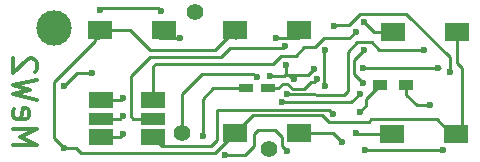
<source format=gbr>
G04 #@! TF.FileFunction,Copper,L2,Bot,Signal*
%FSLAX46Y46*%
G04 Gerber Fmt 4.6, Leading zero omitted, Abs format (unit mm)*
G04 Created by KiCad (PCBNEW 4.0.2-stable) date 04.08.2016 21:20:42*
%MOMM*%
G01*
G04 APERTURE LIST*
%ADD10C,0.100000*%
%ADD11C,0.300000*%
%ADD12R,2.000000X1.400000*%
%ADD13R,2.000000X1.100000*%
%ADD14R,1.200000X0.900000*%
%ADD15R,2.000000X1.600000*%
%ADD16C,1.397000*%
%ADD17C,3.000000*%
%ADD18R,1.200000X0.750000*%
%ADD19C,0.600000*%
%ADD20C,0.250000*%
G04 APERTURE END LIST*
D10*
D11*
X32455598Y-41673328D02*
X34455598Y-41673328D01*
X33027027Y-41006661D01*
X34455598Y-40339994D01*
X32455598Y-40339994D01*
X32550836Y-38625709D02*
X32455598Y-38816185D01*
X32455598Y-39197137D01*
X32550836Y-39387614D01*
X32741312Y-39482852D01*
X33503217Y-39482852D01*
X33693693Y-39387614D01*
X33788931Y-39197137D01*
X33788931Y-38816185D01*
X33693693Y-38625709D01*
X33503217Y-38530471D01*
X33312741Y-38530471D01*
X33122265Y-39482852D01*
X34455598Y-37863804D02*
X32455598Y-37387613D01*
X33884170Y-37006661D01*
X32455598Y-36625708D01*
X34455598Y-36149518D01*
X34265122Y-35482852D02*
X34360360Y-35387614D01*
X34455598Y-35197137D01*
X34455598Y-34720947D01*
X34360360Y-34530471D01*
X34265122Y-34435233D01*
X34074646Y-34339994D01*
X33884170Y-34339994D01*
X33598455Y-34435233D01*
X32455598Y-35578090D01*
X32455598Y-34339994D01*
D12*
X39900500Y-41033500D03*
D13*
X39900500Y-39433500D03*
D12*
X39900500Y-37833500D03*
X44300500Y-37833500D03*
D13*
X44300500Y-39433500D03*
D12*
X44300500Y-41033500D03*
D14*
X63543000Y-36576000D03*
X65743000Y-36576000D03*
D15*
X51275000Y-40640000D03*
X56675000Y-40640000D03*
X69946500Y-40703500D03*
X64546500Y-40703500D03*
X51275000Y-31940500D03*
X56675000Y-31940500D03*
X70010000Y-32067500D03*
X64610000Y-32067500D03*
X39781500Y-31940500D03*
X45181500Y-31940500D03*
D16*
X46736000Y-40640000D03*
X54102000Y-41973500D03*
X47815500Y-30416500D03*
D17*
X35915600Y-31800800D03*
D18*
X54036000Y-36880800D03*
X52136000Y-36880800D03*
D19*
X61785500Y-38862000D03*
X44958000Y-30289500D03*
X39814500Y-30226000D03*
X62166500Y-33655000D03*
X62039500Y-36385500D03*
X68453000Y-35115500D03*
X62039500Y-35115500D03*
X53086000Y-35941000D03*
X60325000Y-41402000D03*
X61468000Y-40640000D03*
X54737000Y-32639000D03*
X62166500Y-31242000D03*
X46545500Y-32575500D03*
X48514000Y-40894000D03*
X55562500Y-34925000D03*
X39116000Y-35560000D03*
X36766500Y-36639500D03*
X68834000Y-42100500D03*
X62230000Y-42100500D03*
X56235600Y-36068000D03*
X57912000Y-35242500D03*
X54229000Y-35814000D03*
X69405500Y-35496500D03*
X59626500Y-31623000D03*
X67754500Y-38290500D03*
X41783000Y-40767000D03*
X41719500Y-39243000D03*
X41719500Y-37655500D03*
X61468000Y-32067500D03*
X55499000Y-33274000D03*
X59563000Y-39052500D03*
X58864500Y-36639500D03*
X58864500Y-33591500D03*
X55676800Y-37388800D03*
X67246500Y-33591500D03*
X50419000Y-42481500D03*
X55626000Y-42164000D03*
X61785500Y-37338000D03*
X55181500Y-38036500D03*
X36766500Y-41910000D03*
X58166000Y-36068000D03*
D20*
X62357000Y-38290500D02*
X62357000Y-37762000D01*
X62357000Y-38290500D02*
X61785500Y-38862000D01*
X62357000Y-37762000D02*
X63543000Y-36576000D01*
X41021000Y-30099000D02*
X41021000Y-30035500D01*
X41084500Y-30035500D02*
X41021000Y-30099000D01*
X44704000Y-30035500D02*
X41084500Y-30035500D01*
X44958000Y-30289500D02*
X44704000Y-30035500D01*
X41021000Y-30035500D02*
X41211500Y-30035500D01*
X39814500Y-30226000D02*
X40005000Y-30035500D01*
X40005000Y-30035500D02*
X41021000Y-30035500D01*
X61341000Y-34480500D02*
X62166500Y-33655000D01*
X61341000Y-35687000D02*
X61341000Y-34480500D01*
X62039500Y-36385500D02*
X61341000Y-35687000D01*
X68580000Y-35115500D02*
X68453000Y-35115500D01*
X62039500Y-35115500D02*
X68580000Y-35115500D01*
X46736000Y-37338000D02*
X46736000Y-40640000D01*
X48450500Y-35623500D02*
X46736000Y-37338000D01*
X52768500Y-35623500D02*
X48450500Y-35623500D01*
X53086000Y-35941000D02*
X52768500Y-35623500D01*
X59563000Y-40640000D02*
X56675000Y-40640000D01*
X60325000Y-41402000D02*
X59563000Y-40640000D01*
X61531500Y-40703500D02*
X64546500Y-40703500D01*
X61468000Y-40640000D02*
X61531500Y-40703500D01*
X56675000Y-32639000D02*
X54737000Y-32639000D01*
X64610000Y-32067500D02*
X62992000Y-32067500D01*
X62992000Y-32067500D02*
X62166500Y-31242000D01*
X44800500Y-32575500D02*
X46545500Y-32575500D01*
X52136000Y-36880800D02*
X49377600Y-36880800D01*
X48514000Y-37744400D02*
X48514000Y-40894000D01*
X49377600Y-36880800D02*
X48514000Y-37744400D01*
X55689500Y-35750500D02*
X57404000Y-35750500D01*
X57404000Y-35750500D02*
X57912000Y-35242500D01*
X54229000Y-35814000D02*
X55372000Y-35814000D01*
X55372000Y-35814000D02*
X55562500Y-35623500D01*
X37846000Y-35560000D02*
X39116000Y-35560000D01*
X36766500Y-36639500D02*
X37846000Y-35560000D01*
X62230000Y-42100500D02*
X68834000Y-42100500D01*
X55562500Y-34925000D02*
X55562500Y-35623500D01*
X55562500Y-35623500D02*
X55689500Y-35750500D01*
X55689500Y-35750500D02*
X56235600Y-36068000D01*
X69405500Y-35496500D02*
X69405500Y-34226500D01*
X69405500Y-34226500D02*
X65722500Y-30543500D01*
X65722500Y-30543500D02*
X61849000Y-30543500D01*
X61849000Y-30543500D02*
X61277500Y-31115000D01*
X61277500Y-31115000D02*
X60896500Y-31496000D01*
X59753500Y-31496000D02*
X59626500Y-31623000D01*
X60896500Y-31496000D02*
X59753500Y-31496000D01*
X61277500Y-31115000D02*
X61214000Y-31178500D01*
X65743000Y-36576000D02*
X65743000Y-37422000D01*
X66611500Y-38290500D02*
X67754500Y-38290500D01*
X65743000Y-37422000D02*
X66611500Y-38290500D01*
X39900500Y-41033500D02*
X41516500Y-41033500D01*
X41516500Y-41033500D02*
X41783000Y-40767000D01*
X41465500Y-39433500D02*
X41656000Y-39243000D01*
X41656000Y-39243000D02*
X41719500Y-39243000D01*
X41465500Y-39433500D02*
X39900500Y-39433500D01*
X41541500Y-37833500D02*
X41719500Y-37655500D01*
X39900500Y-37833500D02*
X41541500Y-37833500D01*
X53594000Y-34798000D02*
X54419500Y-34798000D01*
X60896500Y-32639000D02*
X61468000Y-32067500D01*
X58801000Y-32639000D02*
X60896500Y-32639000D01*
X58039000Y-33401000D02*
X58801000Y-32639000D01*
X57086500Y-33401000D02*
X58039000Y-33401000D01*
X56388000Y-34099500D02*
X57086500Y-33401000D01*
X55118000Y-34099500D02*
X56388000Y-34099500D01*
X54419500Y-34798000D02*
X55118000Y-34099500D01*
X44300500Y-37833500D02*
X44300500Y-35011000D01*
X44513500Y-34798000D02*
X53594000Y-34798000D01*
X53594000Y-34798000D02*
X53657500Y-34798000D01*
X44300500Y-35011000D02*
X44513500Y-34798000D01*
X42608500Y-39433500D02*
X44300500Y-39433500D01*
X42418000Y-39243000D02*
X42608500Y-39433500D01*
X42418000Y-35814000D02*
X42418000Y-39243000D01*
X44005500Y-34226500D02*
X42418000Y-35814000D01*
X50038000Y-34226500D02*
X44005500Y-34226500D01*
X50800000Y-33464500D02*
X50038000Y-34226500D01*
X55308500Y-33464500D02*
X50800000Y-33464500D01*
X55499000Y-33274000D02*
X55308500Y-33464500D01*
X50292000Y-38665998D02*
X49726002Y-38665998D01*
X45050000Y-41783000D02*
X44300500Y-41033500D01*
X49212500Y-41783000D02*
X45050000Y-41783000D01*
X49720500Y-41275000D02*
X49212500Y-41783000D01*
X49720500Y-38671500D02*
X49720500Y-41275000D01*
X49726002Y-38665998D02*
X49720500Y-38671500D01*
X59176498Y-38665998D02*
X50292000Y-38665998D01*
X50292000Y-38665998D02*
X50234002Y-38665998D01*
X59563000Y-39052500D02*
X59176498Y-38665998D01*
X58801000Y-36576000D02*
X58864500Y-36639500D01*
X58801000Y-33655000D02*
X58801000Y-36576000D01*
X58864500Y-33591500D02*
X58801000Y-33655000D01*
X62801500Y-32956500D02*
X63436500Y-33591500D01*
X61595000Y-32956500D02*
X62801500Y-32956500D01*
X60769500Y-33782000D02*
X61595000Y-32956500D01*
X60769500Y-37084000D02*
X60769500Y-33782000D01*
X60452000Y-37401500D02*
X60769500Y-37084000D01*
X55676800Y-37388800D02*
X60452000Y-37401500D01*
X63436500Y-33591500D02*
X67246500Y-33591500D01*
X50419000Y-42481500D02*
X52070000Y-42481500D01*
X55181500Y-41719500D02*
X55626000Y-42164000D01*
X55181500Y-40957500D02*
X55181500Y-41719500D01*
X54610000Y-40386000D02*
X55181500Y-40957500D01*
X53149500Y-40386000D02*
X54610000Y-40386000D01*
X52832000Y-40703500D02*
X53149500Y-40386000D01*
X52832000Y-41719500D02*
X52832000Y-40703500D01*
X52070000Y-42481500D02*
X52832000Y-41719500D01*
X55181500Y-38036500D02*
X61087000Y-38036500D01*
X61087000Y-38036500D02*
X61785500Y-37338000D01*
X39781500Y-31940500D02*
X42354500Y-31940500D01*
X49560500Y-33655000D02*
X51275000Y-31940500D01*
X44069000Y-33655000D02*
X49560500Y-33655000D01*
X42354500Y-31940500D02*
X44069000Y-33655000D01*
X51656000Y-31907500D02*
X51656000Y-32067500D01*
X36766500Y-41910000D02*
X37782500Y-41910000D01*
X49560500Y-42354500D02*
X51275000Y-40640000D01*
X38227000Y-42354500D02*
X49560500Y-42354500D01*
X37782500Y-41910000D02*
X38227000Y-42354500D01*
X69946500Y-40703500D02*
X69532500Y-40703500D01*
X69532500Y-40703500D02*
X68326000Y-39497000D01*
X68326000Y-39497000D02*
X62738000Y-39497000D01*
X62738000Y-39497000D02*
X62547500Y-39687500D01*
X62547500Y-39687500D02*
X59182000Y-39687500D01*
X59182000Y-39687500D02*
X58610500Y-39116000D01*
X58610500Y-39116000D02*
X52799000Y-39116000D01*
X52799000Y-39116000D02*
X51275000Y-40640000D01*
X70010000Y-32067500D02*
X70010000Y-34704000D01*
X70421500Y-35115500D02*
X70421500Y-40228500D01*
X70010000Y-34704000D02*
X70421500Y-35115500D01*
X70421500Y-40228500D02*
X69946500Y-40703500D01*
X51625500Y-32288500D02*
X51275000Y-32639000D01*
X39400500Y-32575500D02*
X39687500Y-32575500D01*
X39400500Y-32575500D02*
X39400500Y-32862500D01*
X39400500Y-32862500D02*
X35941000Y-36322000D01*
X35941000Y-36322000D02*
X35941000Y-41084500D01*
X35941000Y-41084500D02*
X36766500Y-41910000D01*
X57708800Y-36322000D02*
X57912000Y-36322000D01*
X57912000Y-36322000D02*
X58166000Y-36068000D01*
X54864000Y-36880800D02*
X54036000Y-36880800D01*
X55270400Y-36474400D02*
X54864000Y-36880800D01*
X55676800Y-36474400D02*
X55270400Y-36474400D01*
X56134000Y-36931600D02*
X55676800Y-36474400D01*
X57099200Y-36931600D02*
X56134000Y-36931600D01*
X57708800Y-36322000D02*
X57099200Y-36931600D01*
M02*

</source>
